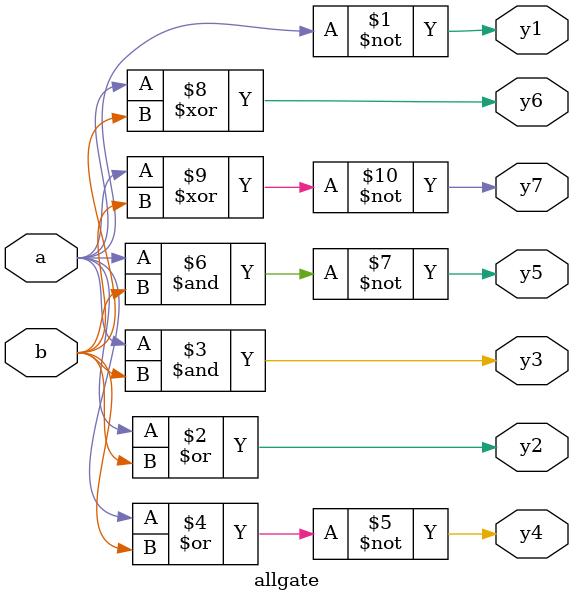
<source format=v>

module allgate(a, b, y1, y2, y3, y4, y5, y6, y7);
    input a, b;
    output y1, y2, y3, y4, y5, y6, y7;

    assign y1 = ~a;         // NOT
    assign y2 = a | b;      // OR
    assign y3 = a & b;      // AND
    assign y4 = ~(a | b);   // NOR
    assign y5 = ~(a & b);   // NAND
    assign y6 = a ^ b;      // XOR
    assign y7 = ~(a ^ b);   // XNOR
endmodule

</source>
